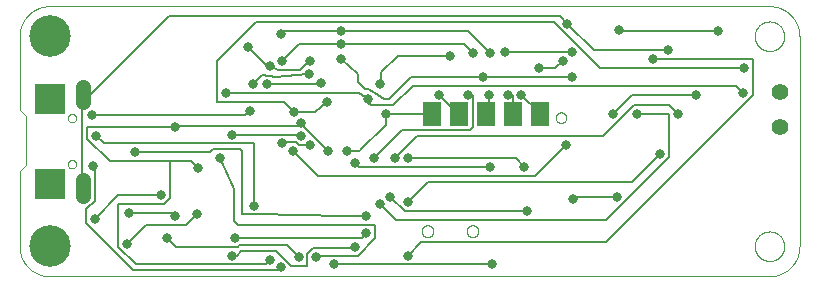
<source format=gbl>
G75*
%MOIN*%
%OFA0B0*%
%FSLAX25Y25*%
%IPPOS*%
%LPD*%
%AMOC8*
5,1,8,0,0,1.08239X$1,22.5*
%
%ADD10C,0.00000*%
%ADD11C,0.13843*%
%ADD12R,0.09843X0.09843*%
%ADD13C,0.05150*%
%ADD14R,0.05906X0.07874*%
%ADD15C,0.05543*%
%ADD16C,0.00800*%
%ADD17C,0.03150*%
%ADD18C,0.00600*%
D10*
X0049095Y0045933D02*
X0289095Y0045933D01*
X0284174Y0055933D02*
X0284176Y0056073D01*
X0284182Y0056213D01*
X0284192Y0056352D01*
X0284206Y0056491D01*
X0284224Y0056630D01*
X0284245Y0056768D01*
X0284271Y0056906D01*
X0284301Y0057043D01*
X0284334Y0057178D01*
X0284372Y0057313D01*
X0284413Y0057447D01*
X0284458Y0057580D01*
X0284506Y0057711D01*
X0284559Y0057840D01*
X0284615Y0057969D01*
X0284674Y0058095D01*
X0284738Y0058220D01*
X0284804Y0058343D01*
X0284875Y0058464D01*
X0284948Y0058583D01*
X0285025Y0058700D01*
X0285106Y0058814D01*
X0285189Y0058926D01*
X0285276Y0059036D01*
X0285366Y0059144D01*
X0285458Y0059248D01*
X0285554Y0059350D01*
X0285653Y0059450D01*
X0285754Y0059546D01*
X0285858Y0059640D01*
X0285965Y0059730D01*
X0286074Y0059817D01*
X0286186Y0059902D01*
X0286300Y0059983D01*
X0286416Y0060061D01*
X0286534Y0060135D01*
X0286655Y0060206D01*
X0286777Y0060274D01*
X0286902Y0060338D01*
X0287028Y0060399D01*
X0287155Y0060456D01*
X0287285Y0060509D01*
X0287416Y0060559D01*
X0287548Y0060604D01*
X0287681Y0060647D01*
X0287816Y0060685D01*
X0287951Y0060719D01*
X0288088Y0060750D01*
X0288225Y0060777D01*
X0288363Y0060799D01*
X0288502Y0060818D01*
X0288641Y0060833D01*
X0288780Y0060844D01*
X0288920Y0060851D01*
X0289060Y0060854D01*
X0289200Y0060853D01*
X0289340Y0060848D01*
X0289479Y0060839D01*
X0289619Y0060826D01*
X0289758Y0060809D01*
X0289896Y0060788D01*
X0290034Y0060764D01*
X0290171Y0060735D01*
X0290307Y0060703D01*
X0290442Y0060666D01*
X0290576Y0060626D01*
X0290709Y0060582D01*
X0290840Y0060534D01*
X0290970Y0060483D01*
X0291099Y0060428D01*
X0291226Y0060369D01*
X0291351Y0060306D01*
X0291474Y0060241D01*
X0291596Y0060171D01*
X0291715Y0060098D01*
X0291833Y0060022D01*
X0291948Y0059943D01*
X0292061Y0059860D01*
X0292171Y0059774D01*
X0292279Y0059685D01*
X0292384Y0059593D01*
X0292487Y0059498D01*
X0292587Y0059400D01*
X0292684Y0059300D01*
X0292778Y0059196D01*
X0292870Y0059090D01*
X0292958Y0058982D01*
X0293043Y0058871D01*
X0293125Y0058757D01*
X0293204Y0058641D01*
X0293279Y0058524D01*
X0293351Y0058404D01*
X0293419Y0058282D01*
X0293484Y0058158D01*
X0293546Y0058032D01*
X0293604Y0057905D01*
X0293658Y0057776D01*
X0293709Y0057645D01*
X0293755Y0057513D01*
X0293798Y0057380D01*
X0293838Y0057246D01*
X0293873Y0057111D01*
X0293905Y0056974D01*
X0293932Y0056837D01*
X0293956Y0056699D01*
X0293976Y0056561D01*
X0293992Y0056422D01*
X0294004Y0056282D01*
X0294012Y0056143D01*
X0294016Y0056003D01*
X0294016Y0055863D01*
X0294012Y0055723D01*
X0294004Y0055584D01*
X0293992Y0055444D01*
X0293976Y0055305D01*
X0293956Y0055167D01*
X0293932Y0055029D01*
X0293905Y0054892D01*
X0293873Y0054755D01*
X0293838Y0054620D01*
X0293798Y0054486D01*
X0293755Y0054353D01*
X0293709Y0054221D01*
X0293658Y0054090D01*
X0293604Y0053961D01*
X0293546Y0053834D01*
X0293484Y0053708D01*
X0293419Y0053584D01*
X0293351Y0053462D01*
X0293279Y0053342D01*
X0293204Y0053225D01*
X0293125Y0053109D01*
X0293043Y0052995D01*
X0292958Y0052884D01*
X0292870Y0052776D01*
X0292778Y0052670D01*
X0292684Y0052566D01*
X0292587Y0052466D01*
X0292487Y0052368D01*
X0292384Y0052273D01*
X0292279Y0052181D01*
X0292171Y0052092D01*
X0292061Y0052006D01*
X0291948Y0051923D01*
X0291833Y0051844D01*
X0291715Y0051768D01*
X0291596Y0051695D01*
X0291474Y0051625D01*
X0291351Y0051560D01*
X0291226Y0051497D01*
X0291099Y0051438D01*
X0290970Y0051383D01*
X0290840Y0051332D01*
X0290709Y0051284D01*
X0290576Y0051240D01*
X0290442Y0051200D01*
X0290307Y0051163D01*
X0290171Y0051131D01*
X0290034Y0051102D01*
X0289896Y0051078D01*
X0289758Y0051057D01*
X0289619Y0051040D01*
X0289479Y0051027D01*
X0289340Y0051018D01*
X0289200Y0051013D01*
X0289060Y0051012D01*
X0288920Y0051015D01*
X0288780Y0051022D01*
X0288641Y0051033D01*
X0288502Y0051048D01*
X0288363Y0051067D01*
X0288225Y0051089D01*
X0288088Y0051116D01*
X0287951Y0051147D01*
X0287816Y0051181D01*
X0287681Y0051219D01*
X0287548Y0051262D01*
X0287416Y0051307D01*
X0287285Y0051357D01*
X0287155Y0051410D01*
X0287028Y0051467D01*
X0286902Y0051528D01*
X0286777Y0051592D01*
X0286655Y0051660D01*
X0286534Y0051731D01*
X0286416Y0051805D01*
X0286300Y0051883D01*
X0286186Y0051964D01*
X0286074Y0052049D01*
X0285965Y0052136D01*
X0285858Y0052226D01*
X0285754Y0052320D01*
X0285653Y0052416D01*
X0285554Y0052516D01*
X0285458Y0052618D01*
X0285366Y0052722D01*
X0285276Y0052830D01*
X0285189Y0052940D01*
X0285106Y0053052D01*
X0285025Y0053166D01*
X0284948Y0053283D01*
X0284875Y0053402D01*
X0284804Y0053523D01*
X0284738Y0053646D01*
X0284674Y0053771D01*
X0284615Y0053897D01*
X0284559Y0054026D01*
X0284506Y0054155D01*
X0284458Y0054286D01*
X0284413Y0054419D01*
X0284372Y0054553D01*
X0284334Y0054688D01*
X0284301Y0054823D01*
X0284271Y0054960D01*
X0284245Y0055098D01*
X0284224Y0055236D01*
X0284206Y0055375D01*
X0284192Y0055514D01*
X0284182Y0055653D01*
X0284176Y0055793D01*
X0284174Y0055933D01*
X0289095Y0045933D02*
X0289337Y0045936D01*
X0289578Y0045945D01*
X0289819Y0045959D01*
X0290060Y0045980D01*
X0290300Y0046006D01*
X0290540Y0046038D01*
X0290779Y0046076D01*
X0291016Y0046119D01*
X0291253Y0046169D01*
X0291488Y0046224D01*
X0291722Y0046284D01*
X0291954Y0046351D01*
X0292185Y0046422D01*
X0292414Y0046500D01*
X0292641Y0046583D01*
X0292866Y0046671D01*
X0293089Y0046765D01*
X0293309Y0046864D01*
X0293527Y0046969D01*
X0293742Y0047078D01*
X0293955Y0047193D01*
X0294165Y0047313D01*
X0294371Y0047438D01*
X0294575Y0047568D01*
X0294776Y0047703D01*
X0294973Y0047843D01*
X0295167Y0047987D01*
X0295357Y0048136D01*
X0295543Y0048290D01*
X0295726Y0048448D01*
X0295905Y0048610D01*
X0296080Y0048777D01*
X0296251Y0048948D01*
X0296418Y0049123D01*
X0296580Y0049302D01*
X0296738Y0049485D01*
X0296892Y0049671D01*
X0297041Y0049861D01*
X0297185Y0050055D01*
X0297325Y0050252D01*
X0297460Y0050453D01*
X0297590Y0050657D01*
X0297715Y0050863D01*
X0297835Y0051073D01*
X0297950Y0051286D01*
X0298059Y0051501D01*
X0298164Y0051719D01*
X0298263Y0051939D01*
X0298357Y0052162D01*
X0298445Y0052387D01*
X0298528Y0052614D01*
X0298606Y0052843D01*
X0298677Y0053074D01*
X0298744Y0053306D01*
X0298804Y0053540D01*
X0298859Y0053775D01*
X0298909Y0054012D01*
X0298952Y0054249D01*
X0298990Y0054488D01*
X0299022Y0054728D01*
X0299048Y0054968D01*
X0299069Y0055209D01*
X0299083Y0055450D01*
X0299092Y0055691D01*
X0299095Y0055933D01*
X0299095Y0125933D01*
X0284174Y0125933D02*
X0284176Y0126073D01*
X0284182Y0126213D01*
X0284192Y0126352D01*
X0284206Y0126491D01*
X0284224Y0126630D01*
X0284245Y0126768D01*
X0284271Y0126906D01*
X0284301Y0127043D01*
X0284334Y0127178D01*
X0284372Y0127313D01*
X0284413Y0127447D01*
X0284458Y0127580D01*
X0284506Y0127711D01*
X0284559Y0127840D01*
X0284615Y0127969D01*
X0284674Y0128095D01*
X0284738Y0128220D01*
X0284804Y0128343D01*
X0284875Y0128464D01*
X0284948Y0128583D01*
X0285025Y0128700D01*
X0285106Y0128814D01*
X0285189Y0128926D01*
X0285276Y0129036D01*
X0285366Y0129144D01*
X0285458Y0129248D01*
X0285554Y0129350D01*
X0285653Y0129450D01*
X0285754Y0129546D01*
X0285858Y0129640D01*
X0285965Y0129730D01*
X0286074Y0129817D01*
X0286186Y0129902D01*
X0286300Y0129983D01*
X0286416Y0130061D01*
X0286534Y0130135D01*
X0286655Y0130206D01*
X0286777Y0130274D01*
X0286902Y0130338D01*
X0287028Y0130399D01*
X0287155Y0130456D01*
X0287285Y0130509D01*
X0287416Y0130559D01*
X0287548Y0130604D01*
X0287681Y0130647D01*
X0287816Y0130685D01*
X0287951Y0130719D01*
X0288088Y0130750D01*
X0288225Y0130777D01*
X0288363Y0130799D01*
X0288502Y0130818D01*
X0288641Y0130833D01*
X0288780Y0130844D01*
X0288920Y0130851D01*
X0289060Y0130854D01*
X0289200Y0130853D01*
X0289340Y0130848D01*
X0289479Y0130839D01*
X0289619Y0130826D01*
X0289758Y0130809D01*
X0289896Y0130788D01*
X0290034Y0130764D01*
X0290171Y0130735D01*
X0290307Y0130703D01*
X0290442Y0130666D01*
X0290576Y0130626D01*
X0290709Y0130582D01*
X0290840Y0130534D01*
X0290970Y0130483D01*
X0291099Y0130428D01*
X0291226Y0130369D01*
X0291351Y0130306D01*
X0291474Y0130241D01*
X0291596Y0130171D01*
X0291715Y0130098D01*
X0291833Y0130022D01*
X0291948Y0129943D01*
X0292061Y0129860D01*
X0292171Y0129774D01*
X0292279Y0129685D01*
X0292384Y0129593D01*
X0292487Y0129498D01*
X0292587Y0129400D01*
X0292684Y0129300D01*
X0292778Y0129196D01*
X0292870Y0129090D01*
X0292958Y0128982D01*
X0293043Y0128871D01*
X0293125Y0128757D01*
X0293204Y0128641D01*
X0293279Y0128524D01*
X0293351Y0128404D01*
X0293419Y0128282D01*
X0293484Y0128158D01*
X0293546Y0128032D01*
X0293604Y0127905D01*
X0293658Y0127776D01*
X0293709Y0127645D01*
X0293755Y0127513D01*
X0293798Y0127380D01*
X0293838Y0127246D01*
X0293873Y0127111D01*
X0293905Y0126974D01*
X0293932Y0126837D01*
X0293956Y0126699D01*
X0293976Y0126561D01*
X0293992Y0126422D01*
X0294004Y0126282D01*
X0294012Y0126143D01*
X0294016Y0126003D01*
X0294016Y0125863D01*
X0294012Y0125723D01*
X0294004Y0125584D01*
X0293992Y0125444D01*
X0293976Y0125305D01*
X0293956Y0125167D01*
X0293932Y0125029D01*
X0293905Y0124892D01*
X0293873Y0124755D01*
X0293838Y0124620D01*
X0293798Y0124486D01*
X0293755Y0124353D01*
X0293709Y0124221D01*
X0293658Y0124090D01*
X0293604Y0123961D01*
X0293546Y0123834D01*
X0293484Y0123708D01*
X0293419Y0123584D01*
X0293351Y0123462D01*
X0293279Y0123342D01*
X0293204Y0123225D01*
X0293125Y0123109D01*
X0293043Y0122995D01*
X0292958Y0122884D01*
X0292870Y0122776D01*
X0292778Y0122670D01*
X0292684Y0122566D01*
X0292587Y0122466D01*
X0292487Y0122368D01*
X0292384Y0122273D01*
X0292279Y0122181D01*
X0292171Y0122092D01*
X0292061Y0122006D01*
X0291948Y0121923D01*
X0291833Y0121844D01*
X0291715Y0121768D01*
X0291596Y0121695D01*
X0291474Y0121625D01*
X0291351Y0121560D01*
X0291226Y0121497D01*
X0291099Y0121438D01*
X0290970Y0121383D01*
X0290840Y0121332D01*
X0290709Y0121284D01*
X0290576Y0121240D01*
X0290442Y0121200D01*
X0290307Y0121163D01*
X0290171Y0121131D01*
X0290034Y0121102D01*
X0289896Y0121078D01*
X0289758Y0121057D01*
X0289619Y0121040D01*
X0289479Y0121027D01*
X0289340Y0121018D01*
X0289200Y0121013D01*
X0289060Y0121012D01*
X0288920Y0121015D01*
X0288780Y0121022D01*
X0288641Y0121033D01*
X0288502Y0121048D01*
X0288363Y0121067D01*
X0288225Y0121089D01*
X0288088Y0121116D01*
X0287951Y0121147D01*
X0287816Y0121181D01*
X0287681Y0121219D01*
X0287548Y0121262D01*
X0287416Y0121307D01*
X0287285Y0121357D01*
X0287155Y0121410D01*
X0287028Y0121467D01*
X0286902Y0121528D01*
X0286777Y0121592D01*
X0286655Y0121660D01*
X0286534Y0121731D01*
X0286416Y0121805D01*
X0286300Y0121883D01*
X0286186Y0121964D01*
X0286074Y0122049D01*
X0285965Y0122136D01*
X0285858Y0122226D01*
X0285754Y0122320D01*
X0285653Y0122416D01*
X0285554Y0122516D01*
X0285458Y0122618D01*
X0285366Y0122722D01*
X0285276Y0122830D01*
X0285189Y0122940D01*
X0285106Y0123052D01*
X0285025Y0123166D01*
X0284948Y0123283D01*
X0284875Y0123402D01*
X0284804Y0123523D01*
X0284738Y0123646D01*
X0284674Y0123771D01*
X0284615Y0123897D01*
X0284559Y0124026D01*
X0284506Y0124155D01*
X0284458Y0124286D01*
X0284413Y0124419D01*
X0284372Y0124553D01*
X0284334Y0124688D01*
X0284301Y0124823D01*
X0284271Y0124960D01*
X0284245Y0125098D01*
X0284224Y0125236D01*
X0284206Y0125375D01*
X0284192Y0125514D01*
X0284182Y0125653D01*
X0284176Y0125793D01*
X0284174Y0125933D01*
X0289095Y0135933D02*
X0289337Y0135930D01*
X0289578Y0135921D01*
X0289819Y0135907D01*
X0290060Y0135886D01*
X0290300Y0135860D01*
X0290540Y0135828D01*
X0290779Y0135790D01*
X0291016Y0135747D01*
X0291253Y0135697D01*
X0291488Y0135642D01*
X0291722Y0135582D01*
X0291954Y0135515D01*
X0292185Y0135444D01*
X0292414Y0135366D01*
X0292641Y0135283D01*
X0292866Y0135195D01*
X0293089Y0135101D01*
X0293309Y0135002D01*
X0293527Y0134897D01*
X0293742Y0134788D01*
X0293955Y0134673D01*
X0294165Y0134553D01*
X0294371Y0134428D01*
X0294575Y0134298D01*
X0294776Y0134163D01*
X0294973Y0134023D01*
X0295167Y0133879D01*
X0295357Y0133730D01*
X0295543Y0133576D01*
X0295726Y0133418D01*
X0295905Y0133256D01*
X0296080Y0133089D01*
X0296251Y0132918D01*
X0296418Y0132743D01*
X0296580Y0132564D01*
X0296738Y0132381D01*
X0296892Y0132195D01*
X0297041Y0132005D01*
X0297185Y0131811D01*
X0297325Y0131614D01*
X0297460Y0131413D01*
X0297590Y0131209D01*
X0297715Y0131003D01*
X0297835Y0130793D01*
X0297950Y0130580D01*
X0298059Y0130365D01*
X0298164Y0130147D01*
X0298263Y0129927D01*
X0298357Y0129704D01*
X0298445Y0129479D01*
X0298528Y0129252D01*
X0298606Y0129023D01*
X0298677Y0128792D01*
X0298744Y0128560D01*
X0298804Y0128326D01*
X0298859Y0128091D01*
X0298909Y0127854D01*
X0298952Y0127617D01*
X0298990Y0127378D01*
X0299022Y0127138D01*
X0299048Y0126898D01*
X0299069Y0126657D01*
X0299083Y0126416D01*
X0299092Y0126175D01*
X0299095Y0125933D01*
X0289095Y0135933D02*
X0049095Y0135933D01*
X0048853Y0135930D01*
X0048612Y0135921D01*
X0048371Y0135907D01*
X0048130Y0135886D01*
X0047890Y0135860D01*
X0047650Y0135828D01*
X0047411Y0135790D01*
X0047174Y0135747D01*
X0046937Y0135697D01*
X0046702Y0135642D01*
X0046468Y0135582D01*
X0046236Y0135515D01*
X0046005Y0135444D01*
X0045776Y0135366D01*
X0045549Y0135283D01*
X0045324Y0135195D01*
X0045101Y0135101D01*
X0044881Y0135002D01*
X0044663Y0134897D01*
X0044448Y0134788D01*
X0044235Y0134673D01*
X0044025Y0134553D01*
X0043819Y0134428D01*
X0043615Y0134298D01*
X0043414Y0134163D01*
X0043217Y0134023D01*
X0043023Y0133879D01*
X0042833Y0133730D01*
X0042647Y0133576D01*
X0042464Y0133418D01*
X0042285Y0133256D01*
X0042110Y0133089D01*
X0041939Y0132918D01*
X0041772Y0132743D01*
X0041610Y0132564D01*
X0041452Y0132381D01*
X0041298Y0132195D01*
X0041149Y0132005D01*
X0041005Y0131811D01*
X0040865Y0131614D01*
X0040730Y0131413D01*
X0040600Y0131209D01*
X0040475Y0131003D01*
X0040355Y0130793D01*
X0040240Y0130580D01*
X0040131Y0130365D01*
X0040026Y0130147D01*
X0039927Y0129927D01*
X0039833Y0129704D01*
X0039745Y0129479D01*
X0039662Y0129252D01*
X0039584Y0129023D01*
X0039513Y0128792D01*
X0039446Y0128560D01*
X0039386Y0128326D01*
X0039331Y0128091D01*
X0039281Y0127854D01*
X0039238Y0127617D01*
X0039200Y0127378D01*
X0039168Y0127138D01*
X0039142Y0126898D01*
X0039121Y0126657D01*
X0039107Y0126416D01*
X0039098Y0126175D01*
X0039095Y0125933D01*
X0039095Y0101433D01*
X0041095Y0099433D01*
X0041095Y0082933D01*
X0039095Y0080933D01*
X0039095Y0055933D01*
X0039098Y0055691D01*
X0039107Y0055450D01*
X0039121Y0055209D01*
X0039142Y0054968D01*
X0039168Y0054728D01*
X0039200Y0054488D01*
X0039238Y0054249D01*
X0039281Y0054012D01*
X0039331Y0053775D01*
X0039386Y0053540D01*
X0039446Y0053306D01*
X0039513Y0053074D01*
X0039584Y0052843D01*
X0039662Y0052614D01*
X0039745Y0052387D01*
X0039833Y0052162D01*
X0039927Y0051939D01*
X0040026Y0051719D01*
X0040131Y0051501D01*
X0040240Y0051286D01*
X0040355Y0051073D01*
X0040475Y0050863D01*
X0040600Y0050657D01*
X0040730Y0050453D01*
X0040865Y0050252D01*
X0041005Y0050055D01*
X0041149Y0049861D01*
X0041298Y0049671D01*
X0041452Y0049485D01*
X0041610Y0049302D01*
X0041772Y0049123D01*
X0041939Y0048948D01*
X0042110Y0048777D01*
X0042285Y0048610D01*
X0042464Y0048448D01*
X0042647Y0048290D01*
X0042833Y0048136D01*
X0043023Y0047987D01*
X0043217Y0047843D01*
X0043414Y0047703D01*
X0043615Y0047568D01*
X0043819Y0047438D01*
X0044025Y0047313D01*
X0044235Y0047193D01*
X0044448Y0047078D01*
X0044663Y0046969D01*
X0044881Y0046864D01*
X0045101Y0046765D01*
X0045324Y0046671D01*
X0045549Y0046583D01*
X0045776Y0046500D01*
X0046005Y0046422D01*
X0046236Y0046351D01*
X0046468Y0046284D01*
X0046702Y0046224D01*
X0046937Y0046169D01*
X0047174Y0046119D01*
X0047411Y0046076D01*
X0047650Y0046038D01*
X0047890Y0046006D01*
X0048130Y0045980D01*
X0048371Y0045959D01*
X0048612Y0045945D01*
X0048853Y0045936D01*
X0049095Y0045933D01*
X0047934Y0074988D02*
X0050296Y0074988D01*
X0050373Y0075000D01*
X0050449Y0075015D01*
X0050525Y0075034D01*
X0050599Y0075057D01*
X0050673Y0075083D01*
X0050744Y0075113D01*
X0050815Y0075147D01*
X0050883Y0075183D01*
X0050950Y0075224D01*
X0051015Y0075267D01*
X0051077Y0075313D01*
X0051138Y0075363D01*
X0051195Y0075415D01*
X0051250Y0075471D01*
X0051302Y0075528D01*
X0051352Y0075589D01*
X0051398Y0075651D01*
X0051441Y0075716D01*
X0051481Y0075783D01*
X0051518Y0075852D01*
X0051551Y0075922D01*
X0051581Y0075994D01*
X0051607Y0076068D01*
X0051629Y0076142D01*
X0051648Y0076218D01*
X0051663Y0076294D01*
X0051674Y0076371D01*
X0051682Y0076449D01*
X0051686Y0076527D01*
X0051685Y0076605D01*
X0051682Y0076682D01*
X0051674Y0076760D01*
X0051682Y0076838D01*
X0051685Y0076915D01*
X0051686Y0076993D01*
X0051682Y0077071D01*
X0051674Y0077149D01*
X0051663Y0077226D01*
X0051648Y0077302D01*
X0051629Y0077378D01*
X0051607Y0077452D01*
X0051581Y0077526D01*
X0051551Y0077598D01*
X0051518Y0077668D01*
X0051481Y0077737D01*
X0051441Y0077804D01*
X0051398Y0077869D01*
X0051352Y0077931D01*
X0051302Y0077992D01*
X0051250Y0078049D01*
X0051195Y0078105D01*
X0051138Y0078157D01*
X0051077Y0078207D01*
X0051015Y0078253D01*
X0050950Y0078296D01*
X0050883Y0078337D01*
X0050815Y0078373D01*
X0050744Y0078407D01*
X0050673Y0078437D01*
X0050599Y0078463D01*
X0050525Y0078486D01*
X0050449Y0078505D01*
X0050373Y0078520D01*
X0050296Y0078532D01*
X0050296Y0078531D02*
X0047934Y0078531D01*
X0047934Y0078532D02*
X0047857Y0078520D01*
X0047781Y0078505D01*
X0047705Y0078486D01*
X0047631Y0078463D01*
X0047557Y0078437D01*
X0047486Y0078407D01*
X0047415Y0078373D01*
X0047347Y0078337D01*
X0047280Y0078296D01*
X0047215Y0078253D01*
X0047153Y0078207D01*
X0047092Y0078157D01*
X0047035Y0078105D01*
X0046980Y0078049D01*
X0046928Y0077992D01*
X0046878Y0077931D01*
X0046832Y0077869D01*
X0046789Y0077804D01*
X0046749Y0077737D01*
X0046712Y0077668D01*
X0046679Y0077598D01*
X0046649Y0077526D01*
X0046623Y0077452D01*
X0046601Y0077378D01*
X0046582Y0077302D01*
X0046567Y0077226D01*
X0046556Y0077149D01*
X0046548Y0077071D01*
X0046544Y0076993D01*
X0046545Y0076915D01*
X0046548Y0076838D01*
X0046556Y0076760D01*
X0046548Y0076682D01*
X0046545Y0076605D01*
X0046544Y0076527D01*
X0046548Y0076449D01*
X0046556Y0076371D01*
X0046567Y0076294D01*
X0046582Y0076218D01*
X0046601Y0076142D01*
X0046623Y0076068D01*
X0046649Y0075994D01*
X0046679Y0075922D01*
X0046712Y0075852D01*
X0046749Y0075783D01*
X0046789Y0075716D01*
X0046832Y0075651D01*
X0046878Y0075589D01*
X0046928Y0075528D01*
X0046980Y0075471D01*
X0047035Y0075415D01*
X0047092Y0075363D01*
X0047153Y0075313D01*
X0047215Y0075267D01*
X0047280Y0075224D01*
X0047347Y0075183D01*
X0047415Y0075147D01*
X0047486Y0075113D01*
X0047557Y0075083D01*
X0047631Y0075057D01*
X0047705Y0075034D01*
X0047781Y0075015D01*
X0047857Y0075000D01*
X0047934Y0074988D01*
X0055217Y0083256D02*
X0055219Y0083330D01*
X0055225Y0083404D01*
X0055235Y0083477D01*
X0055249Y0083550D01*
X0055266Y0083622D01*
X0055288Y0083692D01*
X0055313Y0083762D01*
X0055342Y0083830D01*
X0055375Y0083896D01*
X0055411Y0083961D01*
X0055451Y0084023D01*
X0055493Y0084084D01*
X0055539Y0084142D01*
X0055588Y0084197D01*
X0055640Y0084250D01*
X0055695Y0084300D01*
X0055752Y0084346D01*
X0055812Y0084390D01*
X0055874Y0084430D01*
X0055938Y0084467D01*
X0056004Y0084501D01*
X0056072Y0084531D01*
X0056141Y0084557D01*
X0056212Y0084580D01*
X0056283Y0084598D01*
X0056356Y0084613D01*
X0056429Y0084624D01*
X0056503Y0084631D01*
X0056577Y0084634D01*
X0056650Y0084633D01*
X0056724Y0084628D01*
X0056798Y0084619D01*
X0056871Y0084606D01*
X0056943Y0084589D01*
X0057014Y0084569D01*
X0057084Y0084544D01*
X0057152Y0084516D01*
X0057219Y0084485D01*
X0057284Y0084449D01*
X0057347Y0084411D01*
X0057408Y0084369D01*
X0057467Y0084323D01*
X0057523Y0084275D01*
X0057576Y0084224D01*
X0057626Y0084170D01*
X0057674Y0084113D01*
X0057718Y0084054D01*
X0057760Y0083992D01*
X0057798Y0083929D01*
X0057832Y0083863D01*
X0057863Y0083796D01*
X0057890Y0083727D01*
X0057913Y0083657D01*
X0057933Y0083586D01*
X0057949Y0083513D01*
X0057961Y0083440D01*
X0057969Y0083367D01*
X0057973Y0083293D01*
X0057973Y0083219D01*
X0057969Y0083145D01*
X0057961Y0083072D01*
X0057949Y0082999D01*
X0057933Y0082926D01*
X0057913Y0082855D01*
X0057890Y0082785D01*
X0057863Y0082716D01*
X0057832Y0082649D01*
X0057798Y0082583D01*
X0057760Y0082520D01*
X0057718Y0082458D01*
X0057674Y0082399D01*
X0057626Y0082342D01*
X0057576Y0082288D01*
X0057523Y0082237D01*
X0057467Y0082189D01*
X0057408Y0082143D01*
X0057347Y0082101D01*
X0057284Y0082063D01*
X0057219Y0082027D01*
X0057152Y0081996D01*
X0057084Y0081968D01*
X0057014Y0081943D01*
X0056943Y0081923D01*
X0056871Y0081906D01*
X0056798Y0081893D01*
X0056724Y0081884D01*
X0056650Y0081879D01*
X0056577Y0081878D01*
X0056503Y0081881D01*
X0056429Y0081888D01*
X0056356Y0081899D01*
X0056283Y0081914D01*
X0056212Y0081932D01*
X0056141Y0081955D01*
X0056072Y0081981D01*
X0056004Y0082011D01*
X0055938Y0082045D01*
X0055874Y0082082D01*
X0055812Y0082122D01*
X0055752Y0082166D01*
X0055695Y0082212D01*
X0055640Y0082262D01*
X0055588Y0082315D01*
X0055539Y0082370D01*
X0055493Y0082428D01*
X0055451Y0082489D01*
X0055411Y0082551D01*
X0055375Y0082616D01*
X0055342Y0082682D01*
X0055313Y0082750D01*
X0055288Y0082820D01*
X0055266Y0082890D01*
X0055249Y0082962D01*
X0055235Y0083035D01*
X0055225Y0083108D01*
X0055219Y0083182D01*
X0055217Y0083256D01*
X0055217Y0098610D02*
X0055219Y0098684D01*
X0055225Y0098758D01*
X0055235Y0098831D01*
X0055249Y0098904D01*
X0055266Y0098976D01*
X0055288Y0099046D01*
X0055313Y0099116D01*
X0055342Y0099184D01*
X0055375Y0099250D01*
X0055411Y0099315D01*
X0055451Y0099377D01*
X0055493Y0099438D01*
X0055539Y0099496D01*
X0055588Y0099551D01*
X0055640Y0099604D01*
X0055695Y0099654D01*
X0055752Y0099700D01*
X0055812Y0099744D01*
X0055874Y0099784D01*
X0055938Y0099821D01*
X0056004Y0099855D01*
X0056072Y0099885D01*
X0056141Y0099911D01*
X0056212Y0099934D01*
X0056283Y0099952D01*
X0056356Y0099967D01*
X0056429Y0099978D01*
X0056503Y0099985D01*
X0056577Y0099988D01*
X0056650Y0099987D01*
X0056724Y0099982D01*
X0056798Y0099973D01*
X0056871Y0099960D01*
X0056943Y0099943D01*
X0057014Y0099923D01*
X0057084Y0099898D01*
X0057152Y0099870D01*
X0057219Y0099839D01*
X0057284Y0099803D01*
X0057347Y0099765D01*
X0057408Y0099723D01*
X0057467Y0099677D01*
X0057523Y0099629D01*
X0057576Y0099578D01*
X0057626Y0099524D01*
X0057674Y0099467D01*
X0057718Y0099408D01*
X0057760Y0099346D01*
X0057798Y0099283D01*
X0057832Y0099217D01*
X0057863Y0099150D01*
X0057890Y0099081D01*
X0057913Y0099011D01*
X0057933Y0098940D01*
X0057949Y0098867D01*
X0057961Y0098794D01*
X0057969Y0098721D01*
X0057973Y0098647D01*
X0057973Y0098573D01*
X0057969Y0098499D01*
X0057961Y0098426D01*
X0057949Y0098353D01*
X0057933Y0098280D01*
X0057913Y0098209D01*
X0057890Y0098139D01*
X0057863Y0098070D01*
X0057832Y0098003D01*
X0057798Y0097937D01*
X0057760Y0097874D01*
X0057718Y0097812D01*
X0057674Y0097753D01*
X0057626Y0097696D01*
X0057576Y0097642D01*
X0057523Y0097591D01*
X0057467Y0097543D01*
X0057408Y0097497D01*
X0057347Y0097455D01*
X0057284Y0097417D01*
X0057219Y0097381D01*
X0057152Y0097350D01*
X0057084Y0097322D01*
X0057014Y0097297D01*
X0056943Y0097277D01*
X0056871Y0097260D01*
X0056798Y0097247D01*
X0056724Y0097238D01*
X0056650Y0097233D01*
X0056577Y0097232D01*
X0056503Y0097235D01*
X0056429Y0097242D01*
X0056356Y0097253D01*
X0056283Y0097268D01*
X0056212Y0097286D01*
X0056141Y0097309D01*
X0056072Y0097335D01*
X0056004Y0097365D01*
X0055938Y0097399D01*
X0055874Y0097436D01*
X0055812Y0097476D01*
X0055752Y0097520D01*
X0055695Y0097566D01*
X0055640Y0097616D01*
X0055588Y0097669D01*
X0055539Y0097724D01*
X0055493Y0097782D01*
X0055451Y0097843D01*
X0055411Y0097905D01*
X0055375Y0097970D01*
X0055342Y0098036D01*
X0055313Y0098104D01*
X0055288Y0098174D01*
X0055266Y0098244D01*
X0055249Y0098316D01*
X0055235Y0098389D01*
X0055225Y0098462D01*
X0055219Y0098536D01*
X0055217Y0098610D01*
X0050296Y0103335D02*
X0048131Y0103335D01*
X0048130Y0103334D02*
X0048056Y0103331D01*
X0047981Y0103332D01*
X0047906Y0103336D01*
X0047831Y0103345D01*
X0047757Y0103357D01*
X0047684Y0103373D01*
X0047611Y0103392D01*
X0047540Y0103415D01*
X0047470Y0103442D01*
X0047401Y0103472D01*
X0047334Y0103506D01*
X0047269Y0103543D01*
X0047206Y0103583D01*
X0047145Y0103626D01*
X0047086Y0103673D01*
X0047030Y0103722D01*
X0046976Y0103774D01*
X0046925Y0103829D01*
X0046876Y0103887D01*
X0046831Y0103946D01*
X0046789Y0104008D01*
X0046750Y0104072D01*
X0046714Y0104138D01*
X0046681Y0104206D01*
X0046652Y0104275D01*
X0046627Y0104346D01*
X0046605Y0104417D01*
X0046587Y0104490D01*
X0046573Y0104564D01*
X0046562Y0104638D01*
X0046555Y0104713D01*
X0046556Y0104713D02*
X0046556Y0105500D01*
X0046555Y0105500D02*
X0046562Y0105575D01*
X0046573Y0105649D01*
X0046587Y0105723D01*
X0046605Y0105796D01*
X0046627Y0105867D01*
X0046652Y0105938D01*
X0046681Y0106007D01*
X0046714Y0106075D01*
X0046750Y0106141D01*
X0046789Y0106205D01*
X0046831Y0106267D01*
X0046876Y0106326D01*
X0046925Y0106384D01*
X0046976Y0106439D01*
X0047030Y0106491D01*
X0047086Y0106540D01*
X0047145Y0106587D01*
X0047206Y0106630D01*
X0047269Y0106670D01*
X0047334Y0106707D01*
X0047401Y0106741D01*
X0047470Y0106771D01*
X0047540Y0106798D01*
X0047611Y0106821D01*
X0047684Y0106840D01*
X0047757Y0106856D01*
X0047831Y0106868D01*
X0047906Y0106877D01*
X0047981Y0106881D01*
X0048056Y0106882D01*
X0048130Y0106879D01*
X0048131Y0106878D02*
X0050296Y0106878D01*
X0050368Y0106876D01*
X0050440Y0106870D01*
X0050512Y0106861D01*
X0050583Y0106848D01*
X0050653Y0106831D01*
X0050722Y0106811D01*
X0050790Y0106786D01*
X0050856Y0106759D01*
X0050922Y0106728D01*
X0050985Y0106693D01*
X0051047Y0106656D01*
X0051106Y0106615D01*
X0051163Y0106571D01*
X0051218Y0106524D01*
X0051270Y0106474D01*
X0051320Y0106422D01*
X0051367Y0106367D01*
X0051411Y0106310D01*
X0051452Y0106251D01*
X0051489Y0106189D01*
X0051524Y0106126D01*
X0051555Y0106060D01*
X0051582Y0105994D01*
X0051607Y0105926D01*
X0051627Y0105857D01*
X0051644Y0105787D01*
X0051657Y0105716D01*
X0051666Y0105644D01*
X0051672Y0105572D01*
X0051674Y0105500D01*
X0051674Y0104713D01*
X0051672Y0104641D01*
X0051666Y0104569D01*
X0051657Y0104497D01*
X0051644Y0104426D01*
X0051627Y0104356D01*
X0051607Y0104287D01*
X0051582Y0104219D01*
X0051555Y0104153D01*
X0051524Y0104087D01*
X0051489Y0104024D01*
X0051452Y0103962D01*
X0051411Y0103903D01*
X0051367Y0103846D01*
X0051320Y0103791D01*
X0051270Y0103739D01*
X0051218Y0103689D01*
X0051163Y0103642D01*
X0051106Y0103598D01*
X0051047Y0103557D01*
X0050985Y0103520D01*
X0050922Y0103485D01*
X0050856Y0103454D01*
X0050790Y0103427D01*
X0050722Y0103402D01*
X0050653Y0103382D01*
X0050583Y0103365D01*
X0050512Y0103352D01*
X0050440Y0103343D01*
X0050368Y0103337D01*
X0050296Y0103335D01*
X0173126Y0060933D02*
X0173128Y0061021D01*
X0173134Y0061109D01*
X0173144Y0061197D01*
X0173158Y0061285D01*
X0173175Y0061371D01*
X0173197Y0061457D01*
X0173222Y0061541D01*
X0173252Y0061625D01*
X0173284Y0061707D01*
X0173321Y0061787D01*
X0173361Y0061866D01*
X0173405Y0061943D01*
X0173452Y0062018D01*
X0173502Y0062090D01*
X0173556Y0062161D01*
X0173612Y0062228D01*
X0173672Y0062294D01*
X0173734Y0062356D01*
X0173800Y0062416D01*
X0173867Y0062472D01*
X0173938Y0062526D01*
X0174010Y0062576D01*
X0174085Y0062623D01*
X0174162Y0062667D01*
X0174241Y0062707D01*
X0174321Y0062744D01*
X0174403Y0062776D01*
X0174487Y0062806D01*
X0174571Y0062831D01*
X0174657Y0062853D01*
X0174743Y0062870D01*
X0174831Y0062884D01*
X0174919Y0062894D01*
X0175007Y0062900D01*
X0175095Y0062902D01*
X0175183Y0062900D01*
X0175271Y0062894D01*
X0175359Y0062884D01*
X0175447Y0062870D01*
X0175533Y0062853D01*
X0175619Y0062831D01*
X0175703Y0062806D01*
X0175787Y0062776D01*
X0175869Y0062744D01*
X0175949Y0062707D01*
X0176028Y0062667D01*
X0176105Y0062623D01*
X0176180Y0062576D01*
X0176252Y0062526D01*
X0176323Y0062472D01*
X0176390Y0062416D01*
X0176456Y0062356D01*
X0176518Y0062294D01*
X0176578Y0062228D01*
X0176634Y0062161D01*
X0176688Y0062090D01*
X0176738Y0062018D01*
X0176785Y0061943D01*
X0176829Y0061866D01*
X0176869Y0061787D01*
X0176906Y0061707D01*
X0176938Y0061625D01*
X0176968Y0061541D01*
X0176993Y0061457D01*
X0177015Y0061371D01*
X0177032Y0061285D01*
X0177046Y0061197D01*
X0177056Y0061109D01*
X0177062Y0061021D01*
X0177064Y0060933D01*
X0177062Y0060845D01*
X0177056Y0060757D01*
X0177046Y0060669D01*
X0177032Y0060581D01*
X0177015Y0060495D01*
X0176993Y0060409D01*
X0176968Y0060325D01*
X0176938Y0060241D01*
X0176906Y0060159D01*
X0176869Y0060079D01*
X0176829Y0060000D01*
X0176785Y0059923D01*
X0176738Y0059848D01*
X0176688Y0059776D01*
X0176634Y0059705D01*
X0176578Y0059638D01*
X0176518Y0059572D01*
X0176456Y0059510D01*
X0176390Y0059450D01*
X0176323Y0059394D01*
X0176252Y0059340D01*
X0176180Y0059290D01*
X0176105Y0059243D01*
X0176028Y0059199D01*
X0175949Y0059159D01*
X0175869Y0059122D01*
X0175787Y0059090D01*
X0175703Y0059060D01*
X0175619Y0059035D01*
X0175533Y0059013D01*
X0175447Y0058996D01*
X0175359Y0058982D01*
X0175271Y0058972D01*
X0175183Y0058966D01*
X0175095Y0058964D01*
X0175007Y0058966D01*
X0174919Y0058972D01*
X0174831Y0058982D01*
X0174743Y0058996D01*
X0174657Y0059013D01*
X0174571Y0059035D01*
X0174487Y0059060D01*
X0174403Y0059090D01*
X0174321Y0059122D01*
X0174241Y0059159D01*
X0174162Y0059199D01*
X0174085Y0059243D01*
X0174010Y0059290D01*
X0173938Y0059340D01*
X0173867Y0059394D01*
X0173800Y0059450D01*
X0173734Y0059510D01*
X0173672Y0059572D01*
X0173612Y0059638D01*
X0173556Y0059705D01*
X0173502Y0059776D01*
X0173452Y0059848D01*
X0173405Y0059923D01*
X0173361Y0060000D01*
X0173321Y0060079D01*
X0173284Y0060159D01*
X0173252Y0060241D01*
X0173222Y0060325D01*
X0173197Y0060409D01*
X0173175Y0060495D01*
X0173158Y0060581D01*
X0173144Y0060669D01*
X0173134Y0060757D01*
X0173128Y0060845D01*
X0173126Y0060933D01*
X0188126Y0060933D02*
X0188128Y0061021D01*
X0188134Y0061109D01*
X0188144Y0061197D01*
X0188158Y0061285D01*
X0188175Y0061371D01*
X0188197Y0061457D01*
X0188222Y0061541D01*
X0188252Y0061625D01*
X0188284Y0061707D01*
X0188321Y0061787D01*
X0188361Y0061866D01*
X0188405Y0061943D01*
X0188452Y0062018D01*
X0188502Y0062090D01*
X0188556Y0062161D01*
X0188612Y0062228D01*
X0188672Y0062294D01*
X0188734Y0062356D01*
X0188800Y0062416D01*
X0188867Y0062472D01*
X0188938Y0062526D01*
X0189010Y0062576D01*
X0189085Y0062623D01*
X0189162Y0062667D01*
X0189241Y0062707D01*
X0189321Y0062744D01*
X0189403Y0062776D01*
X0189487Y0062806D01*
X0189571Y0062831D01*
X0189657Y0062853D01*
X0189743Y0062870D01*
X0189831Y0062884D01*
X0189919Y0062894D01*
X0190007Y0062900D01*
X0190095Y0062902D01*
X0190183Y0062900D01*
X0190271Y0062894D01*
X0190359Y0062884D01*
X0190447Y0062870D01*
X0190533Y0062853D01*
X0190619Y0062831D01*
X0190703Y0062806D01*
X0190787Y0062776D01*
X0190869Y0062744D01*
X0190949Y0062707D01*
X0191028Y0062667D01*
X0191105Y0062623D01*
X0191180Y0062576D01*
X0191252Y0062526D01*
X0191323Y0062472D01*
X0191390Y0062416D01*
X0191456Y0062356D01*
X0191518Y0062294D01*
X0191578Y0062228D01*
X0191634Y0062161D01*
X0191688Y0062090D01*
X0191738Y0062018D01*
X0191785Y0061943D01*
X0191829Y0061866D01*
X0191869Y0061787D01*
X0191906Y0061707D01*
X0191938Y0061625D01*
X0191968Y0061541D01*
X0191993Y0061457D01*
X0192015Y0061371D01*
X0192032Y0061285D01*
X0192046Y0061197D01*
X0192056Y0061109D01*
X0192062Y0061021D01*
X0192064Y0060933D01*
X0192062Y0060845D01*
X0192056Y0060757D01*
X0192046Y0060669D01*
X0192032Y0060581D01*
X0192015Y0060495D01*
X0191993Y0060409D01*
X0191968Y0060325D01*
X0191938Y0060241D01*
X0191906Y0060159D01*
X0191869Y0060079D01*
X0191829Y0060000D01*
X0191785Y0059923D01*
X0191738Y0059848D01*
X0191688Y0059776D01*
X0191634Y0059705D01*
X0191578Y0059638D01*
X0191518Y0059572D01*
X0191456Y0059510D01*
X0191390Y0059450D01*
X0191323Y0059394D01*
X0191252Y0059340D01*
X0191180Y0059290D01*
X0191105Y0059243D01*
X0191028Y0059199D01*
X0190949Y0059159D01*
X0190869Y0059122D01*
X0190787Y0059090D01*
X0190703Y0059060D01*
X0190619Y0059035D01*
X0190533Y0059013D01*
X0190447Y0058996D01*
X0190359Y0058982D01*
X0190271Y0058972D01*
X0190183Y0058966D01*
X0190095Y0058964D01*
X0190007Y0058966D01*
X0189919Y0058972D01*
X0189831Y0058982D01*
X0189743Y0058996D01*
X0189657Y0059013D01*
X0189571Y0059035D01*
X0189487Y0059060D01*
X0189403Y0059090D01*
X0189321Y0059122D01*
X0189241Y0059159D01*
X0189162Y0059199D01*
X0189085Y0059243D01*
X0189010Y0059290D01*
X0188938Y0059340D01*
X0188867Y0059394D01*
X0188800Y0059450D01*
X0188734Y0059510D01*
X0188672Y0059572D01*
X0188612Y0059638D01*
X0188556Y0059705D01*
X0188502Y0059776D01*
X0188452Y0059848D01*
X0188405Y0059923D01*
X0188361Y0060000D01*
X0188321Y0060079D01*
X0188284Y0060159D01*
X0188252Y0060241D01*
X0188222Y0060325D01*
X0188197Y0060409D01*
X0188175Y0060495D01*
X0188158Y0060581D01*
X0188144Y0060669D01*
X0188134Y0060757D01*
X0188128Y0060845D01*
X0188126Y0060933D01*
X0217843Y0098772D02*
X0217845Y0098856D01*
X0217851Y0098939D01*
X0217861Y0099022D01*
X0217875Y0099105D01*
X0217892Y0099187D01*
X0217914Y0099268D01*
X0217939Y0099347D01*
X0217968Y0099426D01*
X0218001Y0099503D01*
X0218037Y0099578D01*
X0218077Y0099652D01*
X0218120Y0099724D01*
X0218167Y0099793D01*
X0218217Y0099860D01*
X0218270Y0099925D01*
X0218326Y0099987D01*
X0218384Y0100047D01*
X0218446Y0100104D01*
X0218510Y0100157D01*
X0218577Y0100208D01*
X0218646Y0100255D01*
X0218717Y0100300D01*
X0218790Y0100340D01*
X0218865Y0100377D01*
X0218942Y0100411D01*
X0219020Y0100441D01*
X0219099Y0100467D01*
X0219180Y0100490D01*
X0219262Y0100508D01*
X0219344Y0100523D01*
X0219427Y0100534D01*
X0219510Y0100541D01*
X0219594Y0100544D01*
X0219678Y0100543D01*
X0219761Y0100538D01*
X0219845Y0100529D01*
X0219927Y0100516D01*
X0220009Y0100500D01*
X0220090Y0100479D01*
X0220171Y0100455D01*
X0220249Y0100427D01*
X0220327Y0100395D01*
X0220403Y0100359D01*
X0220477Y0100320D01*
X0220549Y0100278D01*
X0220619Y0100232D01*
X0220687Y0100183D01*
X0220752Y0100131D01*
X0220815Y0100076D01*
X0220875Y0100018D01*
X0220933Y0099957D01*
X0220987Y0099893D01*
X0221039Y0099827D01*
X0221087Y0099759D01*
X0221132Y0099688D01*
X0221173Y0099615D01*
X0221212Y0099541D01*
X0221246Y0099465D01*
X0221277Y0099387D01*
X0221304Y0099308D01*
X0221328Y0099227D01*
X0221347Y0099146D01*
X0221363Y0099064D01*
X0221375Y0098981D01*
X0221383Y0098897D01*
X0221387Y0098814D01*
X0221387Y0098730D01*
X0221383Y0098647D01*
X0221375Y0098563D01*
X0221363Y0098480D01*
X0221347Y0098398D01*
X0221328Y0098317D01*
X0221304Y0098236D01*
X0221277Y0098157D01*
X0221246Y0098079D01*
X0221212Y0098003D01*
X0221173Y0097929D01*
X0221132Y0097856D01*
X0221087Y0097785D01*
X0221039Y0097717D01*
X0220987Y0097651D01*
X0220933Y0097587D01*
X0220875Y0097526D01*
X0220815Y0097468D01*
X0220752Y0097413D01*
X0220687Y0097361D01*
X0220619Y0097312D01*
X0220549Y0097266D01*
X0220477Y0097224D01*
X0220403Y0097185D01*
X0220327Y0097149D01*
X0220249Y0097117D01*
X0220171Y0097089D01*
X0220090Y0097065D01*
X0220009Y0097044D01*
X0219927Y0097028D01*
X0219845Y0097015D01*
X0219761Y0097006D01*
X0219678Y0097001D01*
X0219594Y0097000D01*
X0219510Y0097003D01*
X0219427Y0097010D01*
X0219344Y0097021D01*
X0219262Y0097036D01*
X0219180Y0097054D01*
X0219099Y0097077D01*
X0219020Y0097103D01*
X0218942Y0097133D01*
X0218865Y0097167D01*
X0218790Y0097204D01*
X0218717Y0097244D01*
X0218646Y0097289D01*
X0218577Y0097336D01*
X0218510Y0097387D01*
X0218446Y0097440D01*
X0218384Y0097497D01*
X0218326Y0097557D01*
X0218270Y0097619D01*
X0218217Y0097684D01*
X0218167Y0097751D01*
X0218120Y0097820D01*
X0218077Y0097892D01*
X0218037Y0097966D01*
X0218001Y0098041D01*
X0217968Y0098118D01*
X0217939Y0098197D01*
X0217914Y0098276D01*
X0217892Y0098357D01*
X0217875Y0098439D01*
X0217861Y0098522D01*
X0217851Y0098605D01*
X0217845Y0098688D01*
X0217843Y0098772D01*
D11*
X0049095Y0125933D03*
X0049095Y0055933D03*
D12*
X0049115Y0076760D03*
X0049115Y0105106D03*
D13*
X0060138Y0103925D02*
X0060138Y0109075D01*
X0060138Y0077941D02*
X0060138Y0072791D01*
D14*
X0176595Y0099933D03*
X0185595Y0099933D03*
X0194595Y0099933D03*
X0203595Y0099933D03*
X0212595Y0099933D03*
D15*
X0292595Y0095528D03*
X0292595Y0107339D03*
D16*
X0283682Y0106465D02*
X0283682Y0118276D01*
X0250217Y0118276D01*
X0255138Y0121228D02*
X0230532Y0121228D01*
X0221674Y0130087D01*
X0219213Y0132547D01*
X0088800Y0132547D01*
X0060257Y0104004D01*
X0060138Y0103925D01*
X0059764Y0103512D01*
X0059764Y0078413D01*
X0060138Y0077941D01*
X0063701Y0082843D02*
X0064194Y0082843D01*
X0064194Y0071031D01*
X0061733Y0068571D01*
X0061241Y0068571D01*
X0061241Y0063650D01*
X0076989Y0047902D01*
X0125217Y0047902D01*
X0126201Y0048886D01*
X0129646Y0049378D02*
X0124725Y0054299D01*
X0112914Y0054299D01*
X0111438Y0052823D01*
X0109961Y0052823D01*
X0111930Y0055776D02*
X0091260Y0055776D01*
X0088308Y0058728D01*
X0094705Y0063157D02*
X0081418Y0063157D01*
X0075020Y0056760D01*
X0072068Y0055776D02*
X0072068Y0070047D01*
X0087323Y0070047D01*
X0089292Y0072016D01*
X0089292Y0084319D01*
X0096182Y0084319D01*
X0098642Y0081858D01*
X0105953Y0085319D02*
X0110453Y0074969D01*
X0110595Y0064433D01*
X0111871Y0063157D01*
X0157698Y0063157D01*
X0157698Y0058728D01*
X0151792Y0052823D01*
X0138505Y0052823D01*
X0138012Y0052331D01*
X0135060Y0053315D02*
X0137028Y0055283D01*
X0150316Y0055283D01*
X0150808Y0055776D01*
X0153268Y0058728D02*
X0110946Y0058728D01*
X0112422Y0056268D02*
X0111930Y0055776D01*
X0112422Y0056268D02*
X0128170Y0056268D01*
X0132107Y0052331D01*
X0135060Y0053315D02*
X0135060Y0049378D01*
X0129646Y0049378D01*
X0122757Y0051346D02*
X0121280Y0049870D01*
X0077973Y0049870D01*
X0072068Y0055776D01*
X0064194Y0065126D02*
X0072068Y0073000D01*
X0086339Y0073000D01*
X0089784Y0067094D02*
X0075512Y0067094D01*
X0089784Y0067094D02*
X0090768Y0066110D01*
X0094705Y0063157D02*
X0098150Y0066602D01*
X0113327Y0066555D02*
X0113406Y0074476D01*
X0113406Y0087622D01*
X0112595Y0088433D01*
X0103595Y0088433D01*
X0102595Y0087433D01*
X0077481Y0087272D01*
X0069115Y0084319D02*
X0061733Y0091701D01*
X0061733Y0095638D01*
X0090768Y0095638D01*
X0091260Y0096130D01*
X0132107Y0096130D01*
X0133091Y0097114D01*
X0133091Y0096622D01*
X0141949Y0087764D01*
X0148347Y0087732D02*
X0152308Y0087732D01*
X0152595Y0087933D01*
X0161142Y0096480D01*
X0161142Y0100067D01*
X0176398Y0100067D01*
X0176595Y0099933D01*
X0178859Y0106465D02*
X0185257Y0100067D01*
X0185595Y0099933D01*
X0194595Y0099933D02*
X0194607Y0100067D01*
X0195591Y0100067D01*
X0195591Y0106465D01*
X0190178Y0106465D02*
X0188701Y0106465D01*
X0190178Y0106465D02*
X0190178Y0095638D01*
X0189194Y0094654D01*
X0166556Y0094654D01*
X0157205Y0085303D01*
X0152284Y0082350D02*
X0196083Y0082350D01*
X0204449Y0085303D02*
X0207402Y0082350D01*
X0210847Y0079398D02*
X0221182Y0089732D01*
X0233485Y0092685D02*
X0243820Y0103020D01*
X0255631Y0103020D01*
X0258583Y0100067D01*
X0255631Y0100067D02*
X0244804Y0100067D01*
X0243327Y0106465D02*
X0236930Y0100067D01*
X0243327Y0106465D02*
X0264489Y0106465D01*
X0255631Y0100067D02*
X0255631Y0085795D01*
X0234469Y0064634D01*
X0164587Y0064634D01*
X0159174Y0070047D01*
X0162619Y0072508D02*
X0167540Y0067587D01*
X0208386Y0067587D01*
X0223642Y0071524D02*
X0224627Y0072508D01*
X0238406Y0072508D01*
X0243327Y0077429D02*
X0252678Y0086780D01*
X0243327Y0077429D02*
X0175414Y0077429D01*
X0168524Y0070539D01*
X0154745Y0066110D02*
X0150300Y0066055D01*
X0129095Y0066433D01*
X0121217Y0066555D01*
X0113327Y0066555D01*
X0117312Y0069508D02*
X0117312Y0090224D01*
X0067146Y0090224D01*
X0064686Y0092685D01*
X0063209Y0099575D02*
X0114390Y0099575D01*
X0115867Y0101051D01*
X0107993Y0106957D02*
X0152284Y0106957D01*
X0155253Y0104925D01*
X0155245Y0104417D01*
X0155245Y0103783D01*
X0156095Y0102933D01*
X0163595Y0102933D01*
X0170095Y0109433D01*
X0277776Y0109417D01*
X0280237Y0106957D01*
X0283682Y0106465D02*
X0234469Y0057252D01*
X0172953Y0057252D01*
X0168524Y0052823D01*
X0154745Y0060205D02*
X0153268Y0058728D01*
X0143918Y0049870D02*
X0196575Y0049870D01*
X0210847Y0079398D02*
X0138505Y0079398D01*
X0130138Y0087764D01*
X0132107Y0089732D02*
X0131123Y0090717D01*
X0127186Y0090717D01*
X0126694Y0090224D01*
X0132107Y0089732D02*
X0136044Y0089732D01*
X0133091Y0092685D02*
X0132599Y0093177D01*
X0109961Y0093177D01*
X0089292Y0084319D02*
X0069115Y0084319D01*
X0105040Y0104004D02*
X0127186Y0104004D01*
X0130631Y0100559D01*
X0137520Y0100559D01*
X0141465Y0104004D01*
X0151784Y0110744D02*
X0151784Y0113370D01*
X0146379Y0118276D01*
X0146379Y0123197D02*
X0187225Y0123197D01*
X0190178Y0120244D01*
X0196083Y0120244D02*
X0188701Y0127626D01*
X0146379Y0127626D01*
X0127186Y0127626D01*
X0126201Y0126642D01*
X0132107Y0123197D02*
X0146379Y0123197D01*
X0136044Y0117831D02*
X0135095Y0117433D01*
X0132493Y0114831D01*
X0125217Y0114831D01*
X0122741Y0115854D01*
X0122241Y0115346D01*
X0115375Y0122213D01*
X0117835Y0130579D02*
X0105040Y0117783D01*
X0105040Y0104004D01*
X0116788Y0109909D02*
X0119780Y0112902D01*
X0124595Y0112433D01*
X0135064Y0113402D01*
X0135560Y0113402D01*
X0126694Y0117783D02*
X0132107Y0123197D01*
X0117835Y0130579D02*
X0217245Y0130579D01*
X0232501Y0115323D01*
X0280729Y0115323D01*
X0271871Y0127626D02*
X0239390Y0127626D01*
X0238898Y0128118D01*
X0223150Y0120736D02*
X0201005Y0120736D01*
X0212323Y0115323D02*
X0217737Y0115323D01*
X0220198Y0117783D01*
X0223150Y0112370D02*
X0193623Y0112370D01*
X0169595Y0112433D01*
X0162095Y0104933D01*
X0160595Y0104933D01*
X0157595Y0106933D01*
X0155158Y0108370D01*
X0154095Y0108433D01*
X0151784Y0110744D01*
X0171477Y0092685D02*
X0233485Y0092685D01*
X0212816Y0100067D02*
X0212595Y0099933D01*
X0212816Y0100067D02*
X0206418Y0106465D01*
X0203465Y0106465D02*
X0201989Y0106465D01*
X0203465Y0106465D02*
X0203465Y0100067D01*
X0203595Y0099933D01*
X0204449Y0085303D02*
X0168524Y0085303D01*
X0164095Y0085303D02*
X0171477Y0092685D01*
X0152284Y0082350D02*
X0150808Y0083827D01*
D17*
X0150808Y0083827D03*
X0148347Y0087732D03*
X0141949Y0087764D03*
X0136044Y0089732D03*
X0130138Y0087764D03*
X0126694Y0090224D03*
X0133091Y0092685D03*
X0133091Y0097114D03*
X0130631Y0100559D03*
X0141465Y0104004D03*
X0139595Y0110433D03*
X0135560Y0113402D03*
X0136044Y0117831D03*
X0126694Y0117783D03*
X0122741Y0115854D03*
X0121595Y0109933D03*
X0116788Y0109909D03*
X0107993Y0106957D03*
X0115867Y0101051D03*
X0109961Y0093177D03*
X0105953Y0085319D03*
X0098642Y0081858D03*
X0086339Y0073000D03*
X0075512Y0067094D03*
X0064194Y0065126D03*
X0075020Y0056760D03*
X0088308Y0058728D03*
X0090768Y0066110D03*
X0098150Y0066602D03*
X0110946Y0058728D03*
X0109961Y0052823D03*
X0122757Y0051346D03*
X0126201Y0048886D03*
X0132107Y0052331D03*
X0138012Y0052331D03*
X0143918Y0049870D03*
X0150808Y0055776D03*
X0154745Y0060205D03*
X0154745Y0066110D03*
X0159174Y0070047D03*
X0162619Y0072508D03*
X0168524Y0070539D03*
X0196083Y0082350D03*
X0207402Y0082350D03*
X0221182Y0089732D03*
X0236930Y0100067D03*
X0244804Y0100067D03*
X0258583Y0100067D03*
X0264489Y0106465D03*
X0280237Y0106957D03*
X0280729Y0115323D03*
X0271871Y0127626D03*
X0255138Y0121228D03*
X0250217Y0118276D03*
X0238898Y0128118D03*
X0223150Y0120736D03*
X0220198Y0117783D03*
X0212323Y0115323D03*
X0223150Y0112370D03*
X0206418Y0106465D03*
X0201989Y0106465D03*
X0195591Y0106465D03*
X0188701Y0106465D03*
X0178859Y0106465D03*
X0193623Y0112370D03*
X0196083Y0120244D03*
X0190178Y0120244D03*
X0182595Y0119433D03*
X0201005Y0120736D03*
X0221674Y0130087D03*
X0161142Y0100067D03*
X0155253Y0104925D03*
X0159095Y0109933D03*
X0146379Y0118276D03*
X0146379Y0123197D03*
X0146379Y0127626D03*
X0126201Y0126642D03*
X0115375Y0122213D03*
X0090768Y0095638D03*
X0077481Y0087272D03*
X0064686Y0092685D03*
X0063209Y0099575D03*
X0063701Y0082843D03*
X0117312Y0069508D03*
X0157205Y0085303D03*
X0164095Y0085303D03*
X0168524Y0085303D03*
X0208386Y0067587D03*
X0223642Y0071524D03*
X0238406Y0072508D03*
X0252678Y0086780D03*
X0196575Y0049870D03*
X0168524Y0052823D03*
D18*
X0159095Y0109933D02*
X0159095Y0110933D01*
X0159595Y0111433D01*
X0159532Y0112496D01*
X0159532Y0113870D01*
X0165095Y0119433D01*
X0182595Y0119433D01*
X0139595Y0110433D02*
X0139095Y0109933D01*
X0121595Y0109933D01*
M02*

</source>
